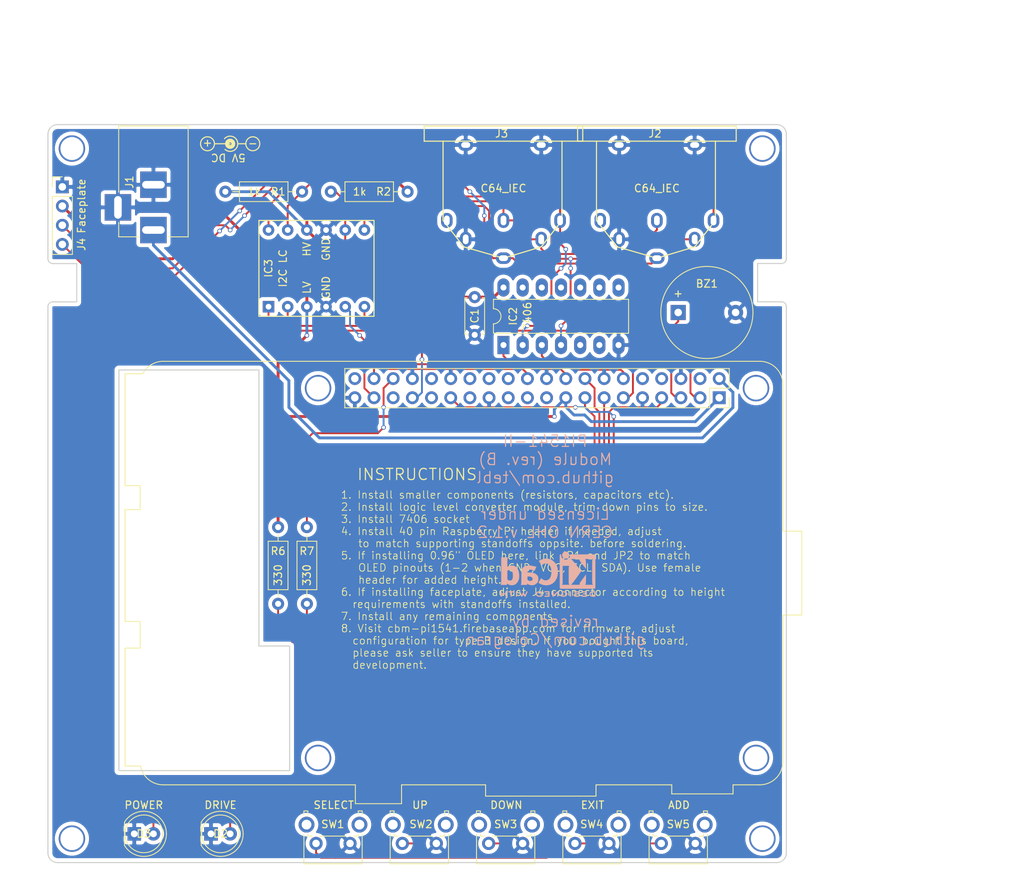
<source format=kicad_pcb>
(kicad_pcb (version 20171130) (host pcbnew "(5.1.6)-1")
  (layers (0 F.Cu signal) (31 B.Cu signal) (34 B.Paste user) (35 F.Paste user) (36 B.SilkS user) (37 F.SilkS user) (38 B.Mask user) (39 F.Mask user) (44 Edge.Cuts user))
  (net 0 "")
  (net 1 GND)
  (net 2 +3V3)
  (net 3 +5V)
  (net 4 "Net-(D2-Pad2)")
  (net 5 "Net-(D3-Pad2)")
  (net 6 RPI_DATA_IN)
  (net 7 SW5)
  (net 8 SW4)
  (net 9 RPI_ATN)
  (net 10 RPI_LED)
  (net 11 "Net-(A1-Pad33)")
  (net 12 RPI_RST)
  (net 13 RPI_CLK_IN)
  (net 14 SW1)
  (net 15 RPI_DATA_OUT)
  (net 16 RPI_CLK_OUT)
  (net 17 I2C_SCL)
  (net 18 SW3)
  (net 19 SW2)
  (net 20 I2C_SDA)
  (net 21 C64_CLK)
  (net 22 C64_DATA)
  (net 23 C64_ATN)
  (net 24 C64_RST)
  (module RPI:Raspberry_Pi_3B_Socketed_THT_FaceDown_MountingHoles (layer F.Cu) (at 161.29 90.805 270)
    (fp_text reference A1 hide)
    (fp_text value "Raspberry PI" hide)
    (pad 6 thru_hole oval (at -2.54 5.08 270) (size 1.7 1.7) (drill 1) (layers *.Cu *.Mask) (net 1 GND))
    (pad 3 thru_hole oval (at 0 2.54 270) (size 1.7 1.7) (drill 1) (layers *.Cu *.Mask) (net 20 I2C_SDA))
    (pad 15 thru_hole oval (at 0 17.78 270) (size 1.7 1.7) (drill 1) (layers *.Cu *.Mask) (net 19 SW2))
    (pad 16 thru_hole oval (at -2.54 17.78 270) (size 1.7 1.7) (drill 1) (layers *.Cu *.Mask) (net 18 SW3))
    (pad 4 thru_hole oval (at -2.54 2.54 270) (size 1.7 1.7) (drill 1) (layers *.Cu *.Mask))
    (pad 5 thru_hole oval (at 0 5.08 270) (size 1.7 1.7) (drill 1) (layers *.Cu *.Mask) (net 17 I2C_SCL))
    (pad 2 thru_hole oval (at -2.54 0 270) (size 1.7 1.7) (drill 1) (layers *.Cu *.Mask) (net 3 +5V))
    (pad 1 thru_hole rect (at 0 0 270) (size 1.7 1.7) (drill 1) (layers *.Cu *.Mask) (net 2 +3V3))
    (pad 23 thru_hole oval (at 0 27.94 270) (size 1.7 1.7) (drill 1) (layers *.Cu *.Mask))
    (pad 24 thru_hole oval (at -2.54 27.94 270) (size 1.7 1.7) (drill 1) (layers *.Cu *.Mask))
    (pad 11 thru_hole oval (at 0 12.7 270) (size 1.7 1.7) (drill 1) (layers *.Cu *.Mask) (net 16 RPI_CLK_OUT))
    (pad 12 thru_hole oval (at -2.54 12.7 270) (size 1.7 1.7) (drill 1) (layers *.Cu *.Mask) (net 15 RPI_DATA_OUT))
    (pad 27 thru_hole oval (at 0 33.02 270) (size 1.7 1.7) (drill 1) (layers *.Cu *.Mask))
    (pad 28 thru_hole oval (at -2.54 33.02 270) (size 1.7 1.7) (drill 1) (layers *.Cu *.Mask))
    (pad 13 thru_hole oval (at 0 15.24 270) (size 1.7 1.7) (drill 1) (layers *.Cu *.Mask) (net 14 SW1))
    (pad 14 thru_hole oval (at -2.54 15.24 270) (size 1.7 1.7) (drill 1) (layers *.Cu *.Mask) (net 1 GND))
    (pad 9 thru_hole oval (at 0 10.16 270) (size 1.7 1.7) (drill 1) (layers *.Cu *.Mask) (net 1 GND))
    (pad 10 thru_hole oval (at -2.54 10.16 270) (size 1.7 1.7) (drill 1) (layers *.Cu *.Mask))
    (pad 19 thru_hole oval (at 0 22.86 270) (size 1.7 1.7) (drill 1) (layers *.Cu *.Mask))
    (pad 20 thru_hole oval (at -2.54 22.86 270) (size 1.7 1.7) (drill 1) (layers *.Cu *.Mask) (net 1 GND))
    (pad 37 thru_hole oval (at 0 45.72 270) (size 1.7 1.7) (drill 1) (layers *.Cu *.Mask) (net 13 RPI_CLK_IN))
    (pad 38 thru_hole oval (at -2.54 45.72 270) (size 1.7 1.7) (drill 1) (layers *.Cu *.Mask) (net 12 RPI_RST))
    (pad 33 thru_hole oval (at 0 40.64 270) (size 1.7 1.7) (drill 1) (layers *.Cu *.Mask) (net 11 "Net-(A1-Pad33)"))
    (pad 34 thru_hole oval (at -2.54 40.64 270) (size 1.7 1.7) (drill 1) (layers *.Cu *.Mask) (net 1 GND))
    (pad 35 thru_hole oval (at 0 43.18 270) (size 1.7 1.7) (drill 1) (layers *.Cu *.Mask))
    (pad 36 thru_hole oval (at -2.54 43.18 270) (size 1.7 1.7) (drill 1) (layers *.Cu *.Mask) (net 10 RPI_LED))
    (pad 17 thru_hole oval (at 0 20.32 270) (size 1.7 1.7) (drill 1) (layers *.Cu *.Mask) (net 2 +3V3))
    (pad 18 thru_hole oval (at -2.54 20.32 270) (size 1.7 1.7) (drill 1) (layers *.Cu *.Mask) (net 9 RPI_ATN))
    (pad 31 thru_hole oval (at 0 38.1 270) (size 1.7 1.7) (drill 1) (layers *.Cu *.Mask))
    (pad 32 thru_hole oval (at -2.54 38.1 270) (size 1.7 1.7) (drill 1) (layers *.Cu *.Mask))
    (pad 7 thru_hole oval (at 0 7.62 270) (size 1.7 1.7) (drill 1) (layers *.Cu *.Mask) (net 8 SW4))
    (pad 8 thru_hole oval (at -2.54 7.62 270) (size 1.7 1.7) (drill 1) (layers *.Cu *.Mask))
    (pad 29 thru_hole oval (at 0 35.56 270) (size 1.7 1.7) (drill 1) (layers *.Cu *.Mask) (net 7 SW5))
    (pad 30 thru_hole oval (at -2.54 35.56 270) (size 1.7 1.7) (drill 1) (layers *.Cu *.Mask) (net 1 GND))
    (pad 21 thru_hole oval (at 0 25.4 270) (size 1.7 1.7) (drill 1) (layers *.Cu *.Mask))
    (pad 22 thru_hole oval (at -2.54 25.4 270) (size 1.7 1.7) (drill 1) (layers *.Cu *.Mask) (net 6 RPI_DATA_IN))
    (pad 25 thru_hole oval (at 0 30.48 270) (size 1.7 1.7) (drill 1) (layers *.Cu *.Mask) (net 1 GND))
    (pad 26 thru_hole oval (at -2.54 30.48 270) (size 1.7 1.7) (drill 1) (layers *.Cu *.Mask))
    (pad 39 thru_hole oval (at 0 48.26 270) (size 1.7 1.7) (drill 1) (layers *.Cu *.Mask) (net 1 GND))
    (pad 40 thru_hole oval (at -2.54 48.26 270) (size 1.7 1.7) (drill 1) (layers *.Cu *.Mask))
    (pad "" np_thru_hole circle (at -1.27 -4.87) (size 3.5 3.5) (drill 3.048) (layers *.Cu *.Mask))
    (pad "" np_thru_hole circle (at 47.73 53.13) (size 3.5 3.5) (drill 3.048) (layers *.Cu *.Mask))
    (pad "" np_thru_hole circle (at 47.73 -4.87) (size 3.5 3.5) (drill 3.048) (layers *.Cu *.Mask))
    (pad "" np_thru_hole circle (at -1.27 53.13) (size 3.5 3.5) (drill 3.048) (layers *.Cu *.Mask))
  )
  (module Connectors:BARREL_JACK (layer F.Cu) (at 86.36 68.58 270)
    (fp_text reference J1 (at -6.35 3.175 270) (layer F.SilkS))
    (fp_text value "DC IN")
    (pad 1 thru_hole rect (at 0 0 270) (size 3.5 3.5) (drill oval 1 3) (layers *.Cu *.Mask) (net 3 +5V))
    (pad 2 thru_hole rect (at -6 0 270) (size 3.5 3.5) (drill oval 1 3) (layers *.Cu *.Mask) (net 1 GND))
    (pad 3 thru_hole rect (at -3 4.7 270) (size 3.5 3.5) (drill oval 3 1) (layers *.Cu *.Mask) (net 1 GND))
  )
  (module mounting:M3 (layer F.Cu) (at 75.565 149.225)
    (fp_text reference M1 hide)
    (fp_text value Mounting hide)
    (pad "" np_thru_hole circle (at 0 0) (size 3.5 3.5) (drill 3.048) (layers *.Cu *.Mask))
  )
  (module mounting:M3 (layer F.Cu) (at 167.005 149.225)
    (fp_text reference M2 hide)
    (fp_text value Mounting hide)
    (pad "" np_thru_hole circle (at 0 0) (size 3.5 3.5) (drill 3.048) (layers *.Cu *.Mask))
  )
  (module mounting:M3 (layer F.Cu) (at 167.005 57.785)
    (fp_text reference M3 hide)
    (fp_text value Mounting hide)
    (pad "" np_thru_hole circle (at 0 0) (size 3.5 3.5) (drill 3.048) (layers *.Cu *.Mask))
  )
  (module mounting:M3 (layer F.Cu) (at 75.565 57.785)
    (fp_text reference M4 hide)
    (fp_text value Mounting hide)
    (pad "" np_thru_hole circle (at 0 0) (size 3.5 3.5) (drill 3.048) (layers *.Cu *.Mask))
  )
  (module Symbols:Symbol_Barrel_Polarity (layer F.Cu) (at 96.52 57.225 180)
    (fp_text reference REF** hide)
    (fp_text value Symbol_Barrel_Polarity)
  )
  (module Buttons_Switches_THT:SW_Tactile_SPST_Angled_PTS645Vx39-2LFS (layer F.Cu) (at 135.255 149.86 180)
    (fp_text reference SW3 (at 2.25 2.54) (layer F.SilkS))
    (fp_text value DOWN (at 2.159 5.08 180) (layer F.SilkS))
    (pad "" thru_hole circle (at -1.25 2.49 180) (size 2.1 2.1) (drill 1.3) (layers *.Cu *.Mask))
    (pad 1 thru_hole circle (at 0 0 180) (size 1.75 1.75) (drill 0.99) (layers *.Cu *.Mask) (net 1 GND))
    (pad 2 thru_hole circle (at 4.5 0 180) (size 1.75 1.75) (drill 0.99) (layers *.Cu *.Mask) (net 18 SW3))
    (pad "" thru_hole circle (at 5.76 2.49 180) (size 2.1 2.1) (drill 1.3) (layers *.Cu *.Mask))
  )
  (module Buttons_Switches_THT:SW_Tactile_SPST_Angled_PTS645Vx39-2LFS (layer F.Cu) (at 146.685 149.86 180)
    (fp_text reference SW4 (at 2.286 2.54) (layer F.SilkS))
    (fp_text value EXIT (at 2.159 5.08 180) (layer F.SilkS))
    (pad "" thru_hole circle (at -1.25 2.49 180) (size 2.1 2.1) (drill 1.3) (layers *.Cu *.Mask))
    (pad 1 thru_hole circle (at 0 0 180) (size 1.75 1.75) (drill 0.99) (layers *.Cu *.Mask) (net 1 GND))
    (pad 2 thru_hole circle (at 4.5 0 180) (size 1.75 1.75) (drill 0.99) (layers *.Cu *.Mask) (net 8 SW4))
    (pad "" thru_hole circle (at 5.76 2.49 180) (size 2.1 2.1) (drill 1.3) (layers *.Cu *.Mask))
  )
  (module Buttons_Switches_THT:SW_Tactile_SPST_Angled_PTS645Vx39-2LFS (layer F.Cu) (at 158.115 149.86 180)
    (fp_text reference SW5 (at 2.25 2.54) (layer F.SilkS))
    (fp_text value ADD (at 2.159 5.08 180) (layer F.SilkS))
    (pad "" thru_hole circle (at 5.76 2.49 180) (size 2.1 2.1) (drill 1.3) (layers *.Cu *.Mask))
    (pad 2 thru_hole circle (at 4.5 0 180) (size 1.75 1.75) (drill 0.99) (layers *.Cu *.Mask) (net 7 SW5))
    (pad 1 thru_hole circle (at 0 0 180) (size 1.75 1.75) (drill 0.99) (layers *.Cu *.Mask) (net 1 GND))
    (pad "" thru_hole circle (at -1.25 2.49 180) (size 2.1 2.1) (drill 1.3) (layers *.Cu *.Mask))
  )
  (module Buttons_Switches_THT:SW_Tactile_SPST_Angled_PTS645Vx39-2LFS (layer F.Cu) (at 112.395 149.86 180)
    (fp_text reference SW1 (at 2.286 2.54) (layer F.SilkS))
    (fp_text value SELECT (at 2.159 5.08 180) (layer F.SilkS))
    (pad "" thru_hole circle (at -1.25 2.49 180) (size 2.1 2.1) (drill 1.3) (layers *.Cu *.Mask))
    (pad 1 thru_hole circle (at 0 0 180) (size 1.75 1.75) (drill 0.99) (layers *.Cu *.Mask) (net 1 GND))
    (pad 2 thru_hole circle (at 4.5 0 180) (size 1.75 1.75) (drill 0.99) (layers *.Cu *.Mask) (net 14 SW1))
    (pad "" thru_hole circle (at 5.76 2.49 180) (size 2.1 2.1) (drill 1.3) (layers *.Cu *.Mask))
  )
  (module Buttons_Switches_THT:SW_Tactile_SPST_Angled_PTS645Vx39-2LFS (layer F.Cu) (at 123.825 149.86 180)
    (fp_text reference SW2 (at 2.032 2.54) (layer F.SilkS))
    (fp_text value UP (at 2.159 5.08 180) (layer F.SilkS))
    (pad "" thru_hole circle (at 5.76 2.49 180) (size 2.1 2.1) (drill 1.3) (layers *.Cu *.Mask))
    (pad 2 thru_hole circle (at 4.5 0 180) (size 1.75 1.75) (drill 0.99) (layers *.Cu *.Mask) (net 19 SW2))
    (pad 1 thru_hole circle (at 0 0 180) (size 1.75 1.75) (drill 0.99) (layers *.Cu *.Mask) (net 1 GND))
    (pad "" thru_hole circle (at -1.25 2.49 180) (size 2.1 2.1) (drill 1.3) (layers *.Cu *.Mask))
  )
  (module Symbols:KiCad-Logo2_6mm_SilkScreen (layer B.Cu) (at 138.61 114.17 180)
    (fp_text reference REF*** hide)
    (fp_text value KiCad-Logo2_6mm_SilkScreen hide)
  )
  (module Pin_Headers:Pin_Header_Straight_1x04_Pitch2.54mm (layer F.Cu) (at 74.295 62.865)
    (fp_text reference J4 (at 2.54 7.62 270) (layer F.SilkS))
    (fp_text value Faceplate (at 2.54 2.54 270) (layer F.SilkS))
    (pad 4 thru_hole oval (at 0 7.62) (size 1.7 1.7) (drill 1) (layers *.Cu *.Mask) (net 20 I2C_SDA))
    (pad 3 thru_hole oval (at 0 5.08) (size 1.7 1.7) (drill 1) (layers *.Cu *.Mask) (net 17 I2C_SCL))
    (pad 2 thru_hole oval (at 0 2.54) (size 1.7 1.7) (drill 1) (layers *.Cu *.Mask) (net 2 +3V3))
    (pad 1 thru_hole rect (at 0 0) (size 1.7 1.7) (drill 1) (layers *.Cu *.Mask) (net 1 GND))
  )
  (module Buzzers_Beepers:Buzzer_12x9.5RM7.6 (layer F.Cu) (at 155.855 79.505)
    (fp_text reference BZ1 (at 3.8 -3.81) (layer F.SilkS))
    (fp_text value Buzzer)
    (fp_text user + (at -0.01 -2.54) (layer F.SilkS))
    (pad 2 thru_hole circle (at 7.6 0) (size 2 2) (drill 1) (layers *.Cu *.Mask) (net 1 GND))
    (pad 1 thru_hole rect (at 0 0) (size 2 2) (drill 1) (layers *.Cu *.Mask) (net 11 "Net-(A1-Pad33)"))
  )
  (module Capacitors_THT:C_Disc_D4.7mm_W2.5mm_P5.00mm (layer F.Cu) (at 128.905 77.47 270)
    (fp_text reference C1 (at 2.5 0 90) (layer F.SilkS))
    (fp_text value 100nF)
    (pad 2 thru_hole circle (at 5 0 270) (size 1.6 1.6) (drill 0.8) (layers *.Cu *.Mask) (net 1 GND))
    (pad 1 thru_hole circle (at 0 0 270) (size 1.6 1.6) (drill 0.8) (layers *.Cu *.Mask) (net 3 +5V))
  )
  (module LEDs:LED_D5.0mm (layer F.Cu) (at 93.98 148.59)
    (fp_text reference D2 (at 1.27 0) (layer F.SilkS))
    (fp_text value DRIVE (at 1.27 -3.81 180) (layer F.SilkS))
    (pad 1 thru_hole rect (at 0 0) (size 1.8 1.8) (drill 0.9) (layers *.Cu *.Mask) (net 1 GND))
    (pad 2 thru_hole circle (at 2.54 0) (size 1.8 1.8) (drill 0.9) (layers *.Cu *.Mask) (net 4 "Net-(D2-Pad2)"))
  )
  (module LEDs:LED_D5.0mm (layer F.Cu) (at 83.82 148.59)
    (fp_text reference D3 (at 1.27 0) (layer F.SilkS))
    (fp_text value POWER (at 1.27 -3.81 180) (layer F.SilkS))
    (pad 2 thru_hole circle (at 2.54 0) (size 1.8 1.8) (drill 0.9) (layers *.Cu *.Mask) (net 5 "Net-(D3-Pad2)"))
    (pad 1 thru_hole rect (at 0 0) (size 1.8 1.8) (drill 0.9) (layers *.Cu *.Mask) (net 1 GND))
  )
  (module Housings_DIP:DIP-14_W7.62mm_LongPads (layer F.Cu) (at 132.715 83.82 90)
    (fp_text reference IC2 (at 3.81 1.27 90) (layer F.SilkS))
    (fp_text value 7406 (at 3.81 3.175 90) (layer F.SilkS))
    (pad 14 thru_hole oval (at 7.62 0 90) (size 2.4 1.6) (drill 0.8) (layers *.Cu *.Mask) (net 3 +5V))
    (pad 7 thru_hole oval (at 0 15.24 90) (size 2.4 1.6) (drill 0.8) (layers *.Cu *.Mask) (net 1 GND))
    (pad 13 thru_hole oval (at 7.62 2.54 90) (size 2.4 1.6) (drill 0.8) (layers *.Cu *.Mask))
    (pad 6 thru_hole oval (at 0 12.7 90) (size 2.4 1.6) (drill 0.8) (layers *.Cu *.Mask))
    (pad 12 thru_hole oval (at 7.62 5.08 90) (size 2.4 1.6) (drill 0.8) (layers *.Cu *.Mask))
    (pad 5 thru_hole oval (at 0 10.16 90) (size 2.4 1.6) (drill 0.8) (layers *.Cu *.Mask))
    (pad 11 thru_hole oval (at 7.62 7.62 90) (size 2.4 1.6) (drill 0.8) (layers *.Cu *.Mask))
    (pad 4 thru_hole oval (at 0 7.62 90) (size 2.4 1.6) (drill 0.8) (layers *.Cu *.Mask) (net 21 C64_CLK))
    (pad 10 thru_hole oval (at 7.62 10.16 90) (size 2.4 1.6) (drill 0.8) (layers *.Cu *.Mask))
    (pad 3 thru_hole oval (at 0 5.08 90) (size 2.4 1.6) (drill 0.8) (layers *.Cu *.Mask) (net 16 RPI_CLK_OUT))
    (pad 9 thru_hole oval (at 7.62 12.7 90) (size 2.4 1.6) (drill 0.8) (layers *.Cu *.Mask))
    (pad 2 thru_hole oval (at 0 2.54 90) (size 2.4 1.6) (drill 0.8) (layers *.Cu *.Mask) (net 22 C64_DATA))
    (pad 8 thru_hole oval (at 7.62 15.24 90) (size 2.4 1.6) (drill 0.8) (layers *.Cu *.Mask))
    (pad 1 thru_hole rect (at 0 0 90) (size 2.4 1.6) (drill 0.8) (layers *.Cu *.Mask) (net 15 RPI_DATA_OUT))
  )
  (module IIC_4CH_Level_Converter:4CH_I2C_Level_Converter (layer F.Cu) (at 106.68 73.66 90)
    (fp_text reference IC3 (at 0 -5.08 90) (layer F.SilkS))
    (fp_text value "I2C LC" (at 0 -3.175 90) (layer F.SilkS))
    (fp_text user GND (at 2.54 2.54 90) (layer F.SilkS))
    (fp_text user GND (at -2.54 2.54 90) (layer F.SilkS))
    (fp_text user HV (at 2.54 0 90) (layer F.SilkS))
    (fp_text user LV (at -2.54 0 270) (layer F.SilkS))
    (pad 1 thru_hole rect (at -5.08 -5.08 90) (size 1.524 1.524) (drill 0.762) (layers *.Cu *.Mask) (net 12 RPI_RST))
    (pad 2 thru_hole circle (at -5.08 -2.54 90) (size 1.524 1.524) (drill 0.762) (layers *.Cu *.Mask) (net 6 RPI_DATA_IN))
    (pad 3 thru_hole circle (at -5.08 0 90) (size 1.524 1.524) (drill 0.762) (layers *.Cu *.Mask) (net 2 +3V3))
    (pad 4 thru_hole circle (at -5.08 2.54 90) (size 1.524 1.524) (drill 0.762) (layers *.Cu *.Mask) (net 1 GND))
    (pad 5 thru_hole circle (at -5.08 5.08 90) (size 1.524 1.524) (drill 0.762) (layers *.Cu *.Mask) (net 13 RPI_CLK_IN))
    (pad 6 thru_hole circle (at -5.08 7.62 90) (size 1.524 1.524) (drill 0.762) (layers *.Cu *.Mask) (net 9 RPI_ATN))
    (pad 7 thru_hole circle (at 5.08 7.62 90) (size 1.524 1.524) (drill 0.762) (layers *.Cu *.Mask) (net 23 C64_ATN))
    (pad 8 thru_hole circle (at 5.08 5.08 90) (size 1.524 1.524) (drill 0.762) (layers *.Cu *.Mask) (net 21 C64_CLK))
    (pad 9 thru_hole circle (at 5.08 2.54 90) (size 1.524 1.524) (drill 0.762) (layers *.Cu *.Mask) (net 1 GND))
    (pad 10 thru_hole circle (at 5.08 0 90) (size 1.524 1.524) (drill 0.762) (layers *.Cu *.Mask) (net 3 +5V))
    (pad 11 thru_hole circle (at 5.08 -2.54 90) (size 1.524 1.524) (drill 0.762) (layers *.Cu *.Mask) (net 22 C64_DATA))
    (pad 12 thru_hole circle (at 5.08 -5.08 90) (size 1.524 1.524) (drill 0.762) (layers *.Cu *.Mask) (net 24 C64_RST))
  )
  (module C64_IEC:C64_IEC (layer F.Cu) (at 153.035 67.31 180)
    (fp_text reference J2 (at 0.25 11.5) (layer F.SilkS))
    (fp_text value C64_IEC (at 0 4.25) (layer F.SilkS))
    (pad 4 thru_hole oval (at -5 -2.5 180) (size 1.524 2) (drill oval 0.762 1.3) (layers *.Cu *.Mask) (net 21 C64_CLK))
    (pad 2 thru_hole oval (at 5 -2.5 180) (size 1.524 2) (drill oval 0.762 1.3) (layers *.Cu *.Mask) (net 1 GND))
    (pad 5 thru_hole oval (at -7.5 0 180) (size 1.524 2) (drill oval 0.762 1.3) (layers *.Cu *.Mask) (net 22 C64_DATA))
    (pad 1 thru_hole oval (at 7.5 0 180) (size 1.524 2) (drill oval 0.762 1.3) (layers *.Cu *.Mask))
    (pad 7 thru_hole oval (at -5 10 180) (size 2 1.524) (drill oval 1.2 0.762) (layers *.Cu *.Mask) (net 1 GND))
    (pad 8 thru_hole oval (at 5 10 180) (size 2 1.524) (drill oval 1.2 0.762) (layers *.Cu *.Mask) (net 1 GND))
    (pad 3 thru_hole oval (at 0 0 180) (size 1.524 2) (drill oval 0.762 1.3) (layers *.Cu *.Mask) (net 23 C64_ATN))
    (pad 6 thru_hole oval (at 0 -5 180) (size 2 1.524) (drill oval 1.2 0.762) (layers *.Cu *.Mask) (net 24 C64_RST))
  )
  (module C64_IEC:C64_IEC (layer F.Cu) (at 132.715 67.31 180)
    (fp_text reference J3 (at 0.25 11.5) (layer F.SilkS))
    (fp_text value C64_IEC (at 0 4.25) (layer F.SilkS))
    (pad 6 thru_hole oval (at 0 -5 180) (size 2 1.524) (drill oval 1.2 0.762) (layers *.Cu *.Mask) (net 24 C64_RST))
    (pad 3 thru_hole oval (at 0 0 180) (size 1.524 2) (drill oval 0.762 1.3) (layers *.Cu *.Mask) (net 23 C64_ATN))
    (pad 8 thru_hole oval (at 5 10 180) (size 2 1.524) (drill oval 1.2 0.762) (layers *.Cu *.Mask) (net 1 GND))
    (pad 7 thru_hole oval (at -5 10 180) (size 2 1.524) (drill oval 1.2 0.762) (layers *.Cu *.Mask) (net 1 GND))
    (pad 1 thru_hole oval (at 7.5 0 180) (size 1.524 2) (drill oval 0.762 1.3) (layers *.Cu *.Mask))
    (pad 5 thru_hole oval (at -7.5 0 180) (size 1.524 2) (drill oval 0.762 1.3) (layers *.Cu *.Mask) (net 22 C64_DATA))
    (pad 2 thru_hole oval (at 5 -2.5 180) (size 1.524 2) (drill oval 0.762 1.3) (layers *.Cu *.Mask) (net 1 GND))
    (pad 4 thru_hole oval (at -5 -2.5 180) (size 1.524 2) (drill oval 0.762 1.3) (layers *.Cu *.Mask) (net 21 C64_CLK))
  )
  (module Resistors_THT:R_Axial_DIN0207_L6.3mm_D2.5mm_P10.16mm_Horizontal (layer F.Cu) (at 95.885 63.5)
    (fp_text reference R1 (at 6.985 0) (layer F.SilkS))
    (fp_text value 1k (at 3.81 0) (layer F.SilkS))
    (pad 1 thru_hole circle (at 0 0) (size 1.6 1.6) (drill 0.8) (layers *.Cu *.Mask) (net 3 +5V))
    (pad 2 thru_hole oval (at 10.16 0) (size 1.6 1.6) (drill 0.8) (layers *.Cu *.Mask) (net 22 C64_DATA))
  )
  (module Resistors_THT:R_Axial_DIN0207_L6.3mm_D2.5mm_P10.16mm_Horizontal (layer F.Cu) (at 120.015 63.5 180)
    (fp_text reference R2 (at 3.175 0) (layer F.SilkS))
    (fp_text value 1k (at 6.35 0) (layer F.SilkS))
    (pad 2 thru_hole oval (at 10.16 0 180) (size 1.6 1.6) (drill 0.8) (layers *.Cu *.Mask) (net 21 C64_CLK))
    (pad 1 thru_hole circle (at 0 0 180) (size 1.6 1.6) (drill 0.8) (layers *.Cu *.Mask) (net 3 +5V))
  )
  (module Resistors_THT:R_Axial_DIN0207_L6.3mm_D2.5mm_P10.16mm_Horizontal (layer F.Cu) (at 102.87 118.11 90)
    (fp_text reference R6 (at 6.985 0 180) (layer F.SilkS))
    (fp_text value 330 (at 3.81 0 90) (layer F.SilkS))
    (pad 2 thru_hole oval (at 10.16 0 90) (size 1.6 1.6) (drill 0.8) (layers *.Cu *.Mask) (net 2 +3V3))
    (pad 1 thru_hole circle (at 0 0 90) (size 1.6 1.6) (drill 0.8) (layers *.Cu *.Mask) (net 5 "Net-(D3-Pad2)"))
  )
  (module Resistors_THT:R_Axial_DIN0207_L6.3mm_D2.5mm_P10.16mm_Horizontal (layer F.Cu) (at 106.68 118.11 90)
    (fp_text reference R7 (at 6.985 0 180) (layer F.SilkS))
    (fp_text value 330 (at 3.81 0 90) (layer F.SilkS))
    (pad 1 thru_hole circle (at 0 0 90) (size 1.6 1.6) (drill 0.8) (layers *.Cu *.Mask) (net 4 "Net-(D2-Pad2)"))
    (pad 2 thru_hole oval (at 10.16 0 90) (size 1.6 1.6) (drill 0.8) (layers *.Cu *.Mask) (net 10 RPI_LED))
  )
  (gr_line (start 72.39 78.74) (end 72.39 151.13) (layer Edge.Cuts) (width 0.15))
  (gr_line (start 170.18 55.88) (end 170.18 72.38) (layer Edge.Cuts) (width 0.15))
  (gr_line (start 166.37 73.015) (end 169.545 73.015) (layer Edge.Cuts) (width 0.15))
  (gr_line (start 166.37 78.095) (end 166.37 73.015) (layer Edge.Cuts) (width 0.15))
  (gr_arc (start 169.545 78.73) (end 170.18 78.73) (angle -90) (layer Edge.Cuts) (width 0.15))
  (gr_line (start 170.18 151.13) (end 170.18 78.73) (angle 90) (layer Edge.Cuts) (width 0.15))
  (gr_arc (start 169.545 72.38) (end 169.545 73.015) (angle -90) (layer Edge.Cuts) (width 0.15))
  (gr_arc (start 168.91 151.13) (end 170.18 151.13) (angle 90) (layer Edge.Cuts) (width 0.15))
  (gr_line (start 166.37 78.095) (end 169.545 78.095) (layer Edge.Cuts) (width 0.15))
  (gr_line (start 76.2 73.025) (end 76.2 78.105) (layer Edge.Cuts) (width 0.15))
  (gr_arc (start 73.025 72.39) (end 72.39 72.39) (angle -90) (layer Edge.Cuts) (width 0.15))
  (gr_line (start 73.025 73.025) (end 76.2 73.025) (layer Edge.Cuts) (width 0.15))
  (gr_line (start 72.39 72.39) (end 72.39 55.88) (layer Edge.Cuts) (width 0.15))
  (gr_arc (start 73.66 55.88) (end 72.39 55.88) (angle 90) (layer Edge.Cuts) (width 0.15))
  (gr_line (start 76.2 78.105) (end 73.025 78.105) (layer Edge.Cuts) (width 0.15))
  (gr_arc (start 73.025 78.74) (end 73.025 78.105) (angle -90) (layer Edge.Cuts) (width 0.15))
  (gr_text "revised by\ngithub.com/Cologran" (at 139.6 121.64) (layer B.SilkS) (effects (font (size 1.5 1.5)) (justify mirror)))
  (gr_text "1. Install smaller components (resistors, capacitors etc).\n2. Install logic level converter module, trim down pins to size.\n3. Install 7406 socket\n4. Install 40 pin Raspberry Pi header if needed, adjust\n   to match supporting standoffs oppsite. before soldering.\n5. If installing 0.96\" OLED here, link JP1 and JP2 to match\n   OLED pinouts (1-2 when GND, VCC, SCL, SDA). Use female\n   header for added height.\n6. If installing faceplate, adjust J4 connector according to height\n  requirements with standoffs installed.\n7. Install any remaining components.\n8. Visit cbm-pi1541.firebaseapp.com for firmware, adjust\n  configuration for type B design. If you bought this board,\n  please ask seller to ensure they have supported its\n  development." (at 111.125 114.935) (layer F.SilkS) (effects (font (size 1 1) (thickness 0.1)) (justify left)))
  (gr_text INSTRUCTIONS (at 121.285 100.965) (layer F.SilkS) (effects (font (size 1.5 1.5))))
  (gr_text - (at 99.5172 57.2262 180) (layer F.SilkS) (effects (font (size 1 1))))
  (gr_text + (at 93.52 57.15 180) (layer F.SilkS) (effects (font (size 1 1))))
  (gr_text "5V DC" (at 96.268 58.985 180) (layer F.SilkS) (effects (font (size 1 1))))
  (gr_line (start 81.788 140.208) (end 81.788 87.122) (layer Edge.Cuts) (width 0.15))
  (gr_text "PI1541-II\nModule (rev. B)\ngithub.com/tebl\n\nLicensed under\nCERN OHL v.1.2" (at 138.24 102.59) (layer B.SilkS) (effects (font (size 1.5 1.5)) (justify mirror)))
  (gr_line (start 104.394 140.208) (end 81.788 140.208) (layer Edge.Cuts) (width 0.15))
  (gr_line (start 104.394 123.698) (end 104.394 140.208) (layer Edge.Cuts) (width 0.15))
  (gr_line (start 100.33 123.698) (end 104.394 123.698) (layer Edge.Cuts) (width 0.15))
  (gr_line (start 100.33 87.122) (end 100.33 123.698) (layer Edge.Cuts) (width 0.15))
  (gr_line (start 81.788 87.122) (end 100.33 87.122) (layer Edge.Cuts) (width 0.15))
  (gr_line (start 168.91 54.61) (end 73.66 54.61) (angle 90) (layer Edge.Cuts) (width 0.15))
  (gr_arc (start 168.91 55.88) (end 168.91 54.61) (angle 90) (layer Edge.Cuts) (width 0.15))
  (gr_line (start 73.66 152.4) (end 168.91 152.4) (angle 90) (layer Edge.Cuts) (width 0.15))
  (gr_arc (start 73.66 151.13) (end 73.66 152.4) (angle 90) (layer Edge.Cuts) (width 0.15))
  (via (at 106.68 82.55) (size 0.6) (drill 0.4) (layers F.Cu B.Cu) (net 2))
  (segment (start 106.68 82.55) (end 106.68 78.74) (width 0.381) (layer B.Cu) (net 2))
  (segment (start 103.505 83.185) (end 102.87 83.82) (width 0.381) (layer F.Cu) (net 2))
  (segment (start 106.68 82.55) (end 106.045 83.185) (width 0.381) (layer F.Cu) (net 2))
  (segment (start 106.045 83.185) (end 103.505 83.185) (width 0.381) (layer F.Cu) (net 2))
  (segment (start 102.87 92.71) (end 102.87 107.95) (width 0.381) (layer F.Cu) (net 2))
  (segment (start 102.87 90.805) (end 102.87 92.71) (width 0.381) (layer F.Cu) (net 2))
  (segment (start 102.87 83.82) (end 102.87 90.805) (width 0.381) (layer F.Cu) (net 2))
  (segment (start 106.68 73.406) (end 106.68 78.74) (width 0.381) (layer F.Cu) (net 2))
  (segment (start 105.918 72.644) (end 106.68 73.406) (width 0.381) (layer F.Cu) (net 2))
  (segment (start 101.854 72.644) (end 105.918 72.644) (width 0.381) (layer F.Cu) (net 2))
  (segment (start 94.615 66.675) (end 95.885 66.675) (width 0.381) (layer F.Cu) (net 2))
  (segment (start 102.87 90.805) (end 102.87 92.075) (width 0.381) (layer F.Cu) (net 2))
  (segment (start 104.08449 93.28949) (end 139.450736 93.28949) (width 0.381) (layer F.Cu) (net 2))
  (segment (start 102.87 92.075) (end 104.08449 93.28949) (width 0.381) (layer F.Cu) (net 2))
  (segment (start 81.28 72.39) (end 74.295 65.405) (width 0.381) (layer F.Cu) (net 2))
  (segment (start 94.615 66.675) (end 88.9 72.39) (width 0.381) (layer F.Cu) (net 2))
  (segment (start 88.9 72.39) (end 81.28 72.39) (width 0.381) (layer F.Cu) (net 2))
  (segment (start 95.885 66.675) (end 101.854 72.644) (width 0.381) (layer F.Cu) (net 2))
  (segment (start 139.450736 93.28949) (end 139.450736 93.28949) (width 0.381) (layer F.Cu) (net 2))
  (via (at 139.450736 93.28949) (size 0.6) (drill 0.4) (layers F.Cu B.Cu) (net 2))
  (segment (start 139.450736 92.324264) (end 140.97 90.805) (width 0.381) (layer B.Cu) (net 2))
  (segment (start 139.450736 93.28949) (end 139.450736 92.324264) (width 0.381) (layer B.Cu) (net 2))
  (segment (start 144.33 93.97) (end 158.125 93.97) (width 0.381) (layer B.Cu) (net 2))
  (segment (start 158.125 93.97) (end 161.29 90.805) (width 0.381) (layer B.Cu) (net 2))
  (segment (start 144.294491 93.934491) (end 144.33 93.97) (width 0.25) (layer B.Cu) (net 2))
  (segment (start 140.97 92.007081) (end 142.052919 93.09) (width 0.381) (layer B.Cu) (net 2))
  (segment (start 140.97 90.805) (end 140.97 92.007081) (width 0.381) (layer B.Cu) (net 2))
  (segment (start 144.294491 93.914491) (end 144.294491 93.934491) (width 0.25) (layer B.Cu) (net 2))
  (segment (start 142.052919 93.09) (end 143.47 93.09) (width 0.381) (layer B.Cu) (net 2))
  (segment (start 143.47 93.09) (end 144.294491 93.914491) (width 0.381) (layer B.Cu) (net 2))
  (segment (start 161.29 88.265) (end 161.925 88.265) (width 0.381) (layer F.Cu) (net 3))
  (segment (start 131.445 77.47) (end 132.715 76.2) (width 0.381) (layer F.Cu) (net 3))
  (segment (start 128.905 77.47) (end 131.445 77.47) (width 0.381) (layer F.Cu) (net 3))
  (segment (start 128.905 77.47) (end 118.11 77.47) (width 0.381) (layer F.Cu) (net 3))
  (segment (start 106.68 66.04) (end 106.68 68.58) (width 0.381) (layer F.Cu) (net 3))
  (segment (start 118.11 61.595) (end 109.0295 61.595) (width 0.381) (layer F.Cu) (net 3))
  (segment (start 107.95 62.6745) (end 107.95 64.77) (width 0.381) (layer F.Cu) (net 3))
  (segment (start 120.015 63.5) (end 118.11 61.595) (width 0.381) (layer F.Cu) (net 3))
  (segment (start 109.0295 61.595) (end 107.95 62.6745) (width 0.381) (layer F.Cu) (net 3))
  (segment (start 107.95 64.77) (end 106.68 66.04) (width 0.381) (layer F.Cu) (net 3))
  (segment (start 86.36 68.58) (end 86.36 70.485) (width 0.381) (layer B.Cu) (net 3))
  (segment (start 101.6 63.5) (end 106.68 68.58) (width 0.381) (layer B.Cu) (net 3))
  (segment (start 95.885 63.5) (end 101.6 63.5) (width 0.381) (layer B.Cu) (net 3))
  (segment (start 115.57 77.47) (end 118.11 77.47) (width 0.381) (layer F.Cu) (net 3))
  (segment (start 106.68 68.58) (end 115.57 77.47) (width 0.381) (layer F.Cu) (net 3))
  (segment (start 104.298999 88.538999) (end 104.298999 92.078999) (width 0.381) (layer B.Cu) (net 3))
  (segment (start 86.36 70.6) (end 104.298999 88.538999) (width 0.381) (layer B.Cu) (net 3))
  (segment (start 104.298999 92.078999) (end 108.35 96.13) (width 0.381) (layer B.Cu) (net 3))
  (segment (start 108.35 96.13) (end 159.07 96.13) (width 0.381) (layer B.Cu) (net 3))
  (segment (start 159.07 96.13) (end 163.1 92.1) (width 0.381) (layer B.Cu) (net 3))
  (segment (start 163.1 90.075) (end 161.29 88.265) (width 0.381) (layer B.Cu) (net 3))
  (segment (start 163.1 92.1) (end 163.1 90.075) (width 0.381) (layer B.Cu) (net 3))
  (segment (start 97.79 142.875) (end 96.52 144.145) (width 0.25) (layer F.Cu) (net 4))
  (segment (start 111.125 142.875) (end 97.79 142.875) (width 0.25) (layer F.Cu) (net 4))
  (segment (start 112.395 141.605) (end 111.125 142.875) (width 0.25) (layer F.Cu) (net 4))
  (segment (start 107.95 122.555) (end 111.125 122.555) (width 0.25) (layer F.Cu) (net 4))
  (segment (start 111.125 122.555) (end 112.395 123.825) (width 0.25) (layer F.Cu) (net 4))
  (segment (start 96.52 144.145) (end 96.52 148.59) (width 0.25) (layer F.Cu) (net 4))
  (segment (start 106.68 118.11) (end 106.68 121.285) (width 0.25) (layer F.Cu) (net 4))
  (segment (start 106.68 121.285) (end 107.95 122.555) (width 0.25) (layer F.Cu) (net 4))
  (segment (start 112.395 123.825) (end 112.395 141.605) (width 0.25) (layer F.Cu) (net 4))
  (segment (start 110.49 142.24) (end 95.885 142.24) (width 0.25) (layer F.Cu) (net 5))
  (segment (start 102.87 121.285) (end 104.775 123.19) (width 0.25) (layer F.Cu) (net 5))
  (segment (start 102.87 118.11) (end 102.87 121.285) (width 0.25) (layer F.Cu) (net 5))
  (segment (start 111.76 124.46) (end 111.76 140.97) (width 0.25) (layer F.Cu) (net 5))
  (segment (start 111.76 140.97) (end 110.49 142.24) (width 0.25) (layer F.Cu) (net 5))
  (segment (start 104.775 123.19) (end 110.49 123.19) (width 0.25) (layer F.Cu) (net 5))
  (segment (start 110.49 123.19) (end 111.76 124.46) (width 0.25) (layer F.Cu) (net 5))
  (segment (start 86.36 148.59) (end 86.36 143.256) (width 0.25) (layer F.Cu) (net 5))
  (segment (start 87.376 142.24) (end 95.758 142.24) (width 0.25) (layer F.Cu) (net 5))
  (segment (start 86.36 143.256) (end 87.376 142.24) (width 0.25) (layer F.Cu) (net 5))
  (segment (start 95.885 142.24) (end 95.758 142.24) (width 0.25) (layer F.Cu) (net 5))
  (segment (start 135.89 87.63) (end 135.89 88.265) (width 0.25) (layer F.Cu) (net 6))
  (segment (start 116.84 86.995) (end 135.255 86.995) (width 0.25) (layer F.Cu) (net 6))
  (segment (start 116.205 86.36) (end 116.84 86.995) (width 0.25) (layer F.Cu) (net 6))
  (segment (start 104.14 80.645) (end 104.775 81.28) (width 0.25) (layer F.Cu) (net 6))
  (segment (start 104.775 81.28) (end 115.57 81.28) (width 0.25) (layer F.Cu) (net 6))
  (segment (start 135.255 86.995) (end 135.89 87.63) (width 0.25) (layer F.Cu) (net 6))
  (segment (start 104.14 78.74) (end 104.14 80.645) (width 0.25) (layer F.Cu) (net 6))
  (segment (start 115.57 81.28) (end 116.205 81.915) (width 0.25) (layer F.Cu) (net 6))
  (segment (start 116.205 81.915) (end 116.205 86.36) (width 0.25) (layer F.Cu) (net 6))
  (via (at 142.24 92.075) (size 0.6) (drill 0.4) (layers F.Cu B.Cu) (net 7))
  (segment (start 125.73 90.805) (end 127 92.075) (width 0.25) (layer F.Cu) (net 7))
  (segment (start 127 92.075) (end 142.24 92.075) (width 0.25) (layer F.Cu) (net 7))
  (via (at 147.32 93.28949) (size 0.6) (drill 0.4) (layers F.Cu B.Cu) (net 7))
  (segment (start 147.32 142.897436) (end 147.32 93.713754) (width 0.25) (layer F.Cu) (net 7))
  (segment (start 147.32 93.713754) (end 147.32 93.28949) (width 0.25) (layer F.Cu) (net 7))
  (segment (start 146.712755 92.682245) (end 144.117245 92.682245) (width 0.25) (layer B.Cu) (net 7))
  (segment (start 146.712755 92.682245) (end 147.32 93.28949) (width 0.25) (layer B.Cu) (net 7))
  (segment (start 144.117245 92.682245) (end 143.51 92.075) (width 0.25) (layer B.Cu) (net 7))
  (segment (start 142.24 92.075) (end 143.51 92.075) (width 0.25) (layer B.Cu) (net 7))
  (segment (start 153.615 149.86) (end 151.765 149.86) (width 0.25) (layer F.Cu) (net 7))
  (segment (start 151.765 149.86) (end 150.495 148.59) (width 0.25) (layer F.Cu) (net 7))
  (segment (start 150.495 148.59) (end 150.495 144.145) (width 0.25) (layer F.Cu) (net 7))
  (segment (start 150.495 144.145) (end 149.86 143.51) (width 0.25) (layer F.Cu) (net 7))
  (segment (start 147.932564 143.51) (end 147.32 142.897436) (width 0.25) (layer F.Cu) (net 7))
  (segment (start 149.86 143.51) (end 147.932564 143.51) (width 0.25) (layer F.Cu) (net 7))
  (segment (start 153.67 91.44) (end 153.67 90.805) (width 0.25) (layer F.Cu) (net 8))
  (segment (start 146.685 92.71) (end 147.32 92.075) (width 0.25) (layer F.Cu) (net 8))
  (segment (start 153.035 92.075) (end 153.67 91.44) (width 0.25) (layer F.Cu) (net 8))
  (segment (start 147.32 92.075) (end 153.035 92.075) (width 0.25) (layer F.Cu) (net 8))
  (segment (start 146.685 143.51) (end 146.685 92.71) (width 0.25) (layer F.Cu) (net 8))
  (segment (start 142.185 149.86) (end 144.145 149.86) (width 0.25) (layer F.Cu) (net 8))
  (segment (start 144.145 149.86) (end 144.78 149.225) (width 0.25) (layer F.Cu) (net 8))
  (segment (start 144.78 145.415) (end 146.685 143.51) (width 0.25) (layer F.Cu) (net 8))
  (segment (start 144.78 149.225) (end 144.78 145.415) (width 0.25) (layer F.Cu) (net 8))
  (segment (start 140.97 87.697919) (end 140.97 88.265) (width 0.25) (layer F.Cu) (net 9))
  (segment (start 136.525 86.995) (end 140.267081 86.995) (width 0.25) (layer F.Cu) (net 9))
  (segment (start 117.475 86.36) (end 135.89 86.36) (width 0.25) (layer F.Cu) (net 9))
  (segment (start 135.89 86.36) (end 136.525 86.995) (width 0.25) (layer F.Cu) (net 9))
  (segment (start 116.84 85.725) (end 117.475 86.36) (width 0.25) (layer F.Cu) (net 9))
  (segment (start 114.3 78.74) (end 114.3 79.913815) (width 0.25) (layer F.Cu) (net 9))
  (segment (start 116.84 81.28) (end 116.84 85.725) (width 0.25) (layer F.Cu) (net 9))
  (segment (start 140.267081 86.995) (end 140.97 87.697919) (width 0.25) (layer F.Cu) (net 9))
  (segment (start 114.3 79.913815) (end 115.031185 80.645) (width 0.25) (layer F.Cu) (net 9))
  (segment (start 115.031185 80.645) (end 116.205 80.645) (width 0.25) (layer F.Cu) (net 9))
  (segment (start 116.205 80.645) (end 116.84 81.28) (width 0.25) (layer F.Cu) (net 9))
  (via (at 116.84 92.075) (size 0.6) (drill 0.4) (layers F.Cu B.Cu) (net 10))
  (segment (start 116.84 89.535) (end 118.11 88.265) (width 0.25) (layer F.Cu) (net 10))
  (segment (start 116.84 92.075) (end 116.84 89.535) (width 0.25) (layer F.Cu) (net 10))
  (via (at 116.84 94.742) (size 0.6) (drill 0.4) (layers F.Cu B.Cu) (net 10))
  (segment (start 116.84 92.075) (end 116.84 94.742) (width 0.25) (layer B.Cu) (net 10))
  (segment (start 107.442 95.504) (end 116.078 95.504) (width 0.25) (layer F.Cu) (net 10))
  (segment (start 116.078 95.504) (end 116.84 94.742) (width 0.25) (layer F.Cu) (net 10))
  (segment (start 106.68 107.95) (end 106.68 96.266) (width 0.25) (layer F.Cu) (net 10))
  (segment (start 106.68 96.266) (end 107.442 95.504) (width 0.25) (layer F.Cu) (net 10))
  (via (at 121.92 85.725) (size 0.6) (drill 0.4) (layers F.Cu B.Cu) (net 11))
  (segment (start 121.92 90.102081) (end 121.92 85.725) (width 0.25) (layer B.Cu) (net 11))
  (segment (start 120.65 90.805) (end 121.217081 90.805) (width 0.25) (layer B.Cu) (net 11))
  (segment (start 121.217081 90.805) (end 121.92 90.102081) (width 0.25) (layer B.Cu) (net 11))
  (segment (start 121.92 81.28) (end 122.555 80.645) (width 0.25) (layer F.Cu) (net 11))
  (segment (start 121.92 85.725) (end 121.92 81.28) (width 0.25) (layer F.Cu) (net 11))
  (segment (start 155.855 80.685) (end 155.855 79.505) (width 0.25) (layer F.Cu) (net 11))
  (segment (start 122.555 80.645) (end 130.81 80.645) (width 0.25) (layer F.Cu) (net 11))
  (segment (start 130.81 80.645) (end 132.08 81.915) (width 0.25) (layer F.Cu) (net 11))
  (segment (start 154.625 81.915) (end 155.855 80.685) (width 0.25) (layer F.Cu) (net 11))
  (segment (start 132.08 81.915) (end 154.625 81.915) (width 0.25) (layer F.Cu) (net 11))
  (segment (start 115.225002 81.915) (end 115.57 82.259998) (width 0.25) (layer F.Cu) (net 12))
  (segment (start 102.235 81.915) (end 115.225002 81.915) (width 0.25) (layer F.Cu) (net 12))
  (segment (start 101.6 81.28) (end 102.235 81.915) (width 0.25) (layer F.Cu) (net 12))
  (segment (start 115.57 82.259998) (end 115.57 87.062919) (width 0.25) (layer F.Cu) (net 12))
  (segment (start 101.6 78.74) (end 101.6 81.28) (width 0.25) (layer F.Cu) (net 12))
  (segment (start 115.57 87.062919) (end 115.57 88.265) (width 0.25) (layer F.Cu) (net 12))
  (segment (start 113.965037 82.849999) (end 113.665038 82.55) (width 0.25) (layer F.Cu) (net 13))
  (via (at 113.665038 82.55) (size 0.6) (drill 0.4) (layers F.Cu B.Cu) (net 13))
  (segment (start 114.299968 83.18493) (end 113.965037 82.849999) (width 0.25) (layer F.Cu) (net 13))
  (segment (start 115.57 90.805) (end 114.299968 89.534968) (width 0.25) (layer F.Cu) (net 13))
  (segment (start 114.299968 89.534968) (end 114.299968 83.18493) (width 0.25) (layer F.Cu) (net 13))
  (segment (start 113.665 82.55) (end 113.665038 82.55) (width 0.25) (layer B.Cu) (net 13))
  (segment (start 112.395 81.28) (end 113.665 82.55) (width 0.25) (layer B.Cu) (net 13))
  (segment (start 111.76 78.74) (end 112.395 79.375) (width 0.25) (layer B.Cu) (net 13))
  (segment (start 112.395 79.375) (end 112.395 81.28) (width 0.25) (layer B.Cu) (net 13))
  (segment (start 138.43 151.765) (end 110.467564 151.765) (width 0.25) (layer F.Cu) (net 14))
  (segment (start 139.065 151.13) (end 138.43 151.765) (width 0.25) (layer F.Cu) (net 14))
  (segment (start 146.05 90.805) (end 146.05 142.875) (width 0.25) (layer F.Cu) (net 14))
  (segment (start 145.415 143.51) (end 139.7 143.51) (width 0.25) (layer F.Cu) (net 14))
  (segment (start 139.7 143.51) (end 139.065 144.145) (width 0.25) (layer F.Cu) (net 14))
  (segment (start 146.05 142.875) (end 145.415 143.51) (width 0.25) (layer F.Cu) (net 14))
  (segment (start 139.065 144.145) (end 139.065 151.13) (width 0.25) (layer F.Cu) (net 14))
  (segment (start 107.895 151.097436) (end 108.562564 151.765) (width 0.25) (layer F.Cu) (net 14))
  (segment (start 107.895 149.86) (end 107.895 151.097436) (width 0.25) (layer F.Cu) (net 14))
  (segment (start 108.562564 151.765) (end 110.467564 151.765) (width 0.25) (layer F.Cu) (net 14))
  (segment (start 148.59 87.415001) (end 148.59 88.265) (width 0.25) (layer F.Cu) (net 15))
  (segment (start 142.333588 87.089999) (end 148.264998 87.089999) (width 0.25) (layer F.Cu) (net 15))
  (segment (start 141.603589 86.36) (end 142.333588 87.089999) (width 0.25) (layer F.Cu) (net 15))
  (segment (start 132.715 85.27) (end 133.17 85.725) (width 0.25) (layer F.Cu) (net 15))
  (segment (start 148.264998 87.089999) (end 148.59 87.415001) (width 0.25) (layer F.Cu) (net 15))
  (segment (start 136.525 85.725) (end 137.16 86.36) (width 0.25) (layer F.Cu) (net 15))
  (segment (start 132.715 83.82) (end 132.715 85.27) (width 0.25) (layer F.Cu) (net 15))
  (segment (start 133.17 85.725) (end 136.525 85.725) (width 0.25) (layer F.Cu) (net 15))
  (segment (start 137.16 86.36) (end 141.603589 86.36) (width 0.25) (layer F.Cu) (net 15))
  (segment (start 149.86 90.17) (end 149.225 90.805) (width 0.25) (layer F.Cu) (net 16))
  (segment (start 149.86 86.995) (end 149.86 90.17) (width 0.25) (layer F.Cu) (net 16))
  (segment (start 149.225 90.805) (end 148.59 90.805) (width 0.25) (layer F.Cu) (net 16))
  (segment (start 149.504988 86.639988) (end 149.86 86.995) (width 0.25) (layer F.Cu) (net 16))
  (segment (start 137.795 85.27) (end 138.25 85.725) (width 0.25) (layer F.Cu) (net 16))
  (segment (start 137.795 83.82) (end 137.795 85.27) (width 0.25) (layer F.Cu) (net 16))
  (segment (start 138.25 85.725) (end 141.605 85.725) (width 0.25) (layer F.Cu) (net 16))
  (segment (start 142.519988 86.639988) (end 149.504988 86.639988) (width 0.25) (layer F.Cu) (net 16))
  (segment (start 141.605 85.725) (end 142.519988 86.639988) (width 0.25) (layer F.Cu) (net 16))
  (via (at 96.52 68.579986) (size 0.6) (drill 0.4) (layers F.Cu B.Cu) (net 17))
  (segment (start 95.885014 67.945) (end 96.52 68.579986) (width 0.25) (layer F.Cu) (net 17))
  (segment (start 98.424986 66.675) (end 98.425 66.675) (width 0.25) (layer B.Cu) (net 17))
  (via (at 98.425 66.675) (size 0.6) (drill 0.4) (layers F.Cu B.Cu) (net 17))
  (segment (start 96.52 68.579986) (end 98.424986 66.675) (width 0.25) (layer B.Cu) (net 17))
  (segment (start 74.295 67.945) (end 80.01 73.66) (width 0.25) (layer F.Cu) (net 17))
  (segment (start 80.01 73.66) (end 88.9 73.66) (width 0.25) (layer F.Cu) (net 17))
  (segment (start 88.9 73.66) (end 94.615 67.945) (width 0.25) (layer F.Cu) (net 17))
  (segment (start 94.615 67.945) (end 95.885014 67.945) (width 0.25) (layer F.Cu) (net 17))
  (segment (start 155.575 90.805) (end 156.21 90.805) (width 0.25) (layer F.Cu) (net 17))
  (segment (start 154.94 85.725) (end 154.94 90.17) (width 0.25) (layer F.Cu) (net 17))
  (segment (start 125.73 59.69) (end 129.54 63.5) (width 0.25) (layer F.Cu) (net 17))
  (segment (start 162.01 75.13) (end 158.05 79.09) (width 0.25) (layer F.Cu) (net 17))
  (segment (start 107.95141 59.69) (end 125.73 59.69) (width 0.25) (layer F.Cu) (net 17))
  (segment (start 154.94 90.17) (end 155.575 90.805) (width 0.25) (layer F.Cu) (net 17))
  (segment (start 106.04641 61.595) (end 107.95141 59.69) (width 0.25) (layer F.Cu) (net 17))
  (segment (start 129.54 63.5) (end 160.87 63.5) (width 0.25) (layer F.Cu) (net 17))
  (segment (start 98.425 66.675) (end 103.505 61.595) (width 0.25) (layer F.Cu) (net 17))
  (segment (start 103.505 61.595) (end 106.04641 61.595) (width 0.25) (layer F.Cu) (net 17))
  (segment (start 162.01 64.64) (end 162.01 75.13) (width 0.25) (layer F.Cu) (net 17))
  (segment (start 160.87 63.5) (end 162.01 64.64) (width 0.25) (layer F.Cu) (net 17))
  (segment (start 158.05 82.615) (end 154.94 85.725) (width 0.25) (layer F.Cu) (net 17))
  (segment (start 158.05 79.09) (end 158.05 82.615) (width 0.25) (layer F.Cu) (net 17))
  (segment (start 133.35 143.51) (end 133.35 149.225) (width 0.25) (layer F.Cu) (net 18))
  (segment (start 133.35 149.225) (end 132.715 149.86) (width 0.25) (layer F.Cu) (net 18))
  (segment (start 133.985 142.875) (end 133.35 143.51) (width 0.25) (layer F.Cu) (net 18))
  (segment (start 143.51 88.265) (end 144.78 89.535) (width 0.25) (layer F.Cu) (net 18))
  (segment (start 144.78 89.535) (end 144.78 92.075) (width 0.25) (layer F.Cu) (net 18))
  (segment (start 132.715 149.86) (end 132.66 149.86) (width 0.25) (layer F.Cu) (net 18))
  (segment (start 144.78 142.875) (end 133.985 142.875) (width 0.25) (layer F.Cu) (net 18))
  (segment (start 144.78 92.075) (end 145.415 92.71) (width 0.25) (layer F.Cu) (net 18))
  (segment (start 145.415 142.24) (end 144.78 142.875) (width 0.25) (layer F.Cu) (net 18))
  (segment (start 145.415 92.71) (end 145.415 142.24) (width 0.25) (layer F.Cu) (net 18))
  (segment (start 130.755 149.86) (end 132.715 149.86) (width 0.25) (layer F.Cu) (net 18))
  (segment (start 143.51 92.007081) (end 144.78 93.277081) (width 0.25) (layer F.Cu) (net 19))
  (segment (start 144.78 93.277081) (end 144.78 141.605) (width 0.25) (layer F.Cu) (net 19))
  (segment (start 143.51 90.805) (end 143.51 92.007081) (width 0.25) (layer F.Cu) (net 19))
  (segment (start 144.78 141.605) (end 144.145 142.24) (width 0.25) (layer F.Cu) (net 19))
  (segment (start 144.145 142.24) (end 124.46 142.24) (width 0.25) (layer F.Cu) (net 19))
  (segment (start 124.46 142.24) (end 122.555 142.24) (width 0.25) (layer F.Cu) (net 19))
  (segment (start 122.555 142.24) (end 121.92 142.875) (width 0.25) (layer F.Cu) (net 19))
  (segment (start 121.92 149.17) (end 121.23 149.86) (width 0.25) (layer F.Cu) (net 19))
  (segment (start 121.92 142.875) (end 121.92 149.17) (width 0.25) (layer F.Cu) (net 19))
  (segment (start 119.325 149.86) (end 121.23 149.86) (width 0.25) (layer F.Cu) (net 19))
  (via (at 95.125551 68.704449) (size 0.6) (drill 0.4) (layers F.Cu B.Cu) (net 20))
  (via (at 97.78997 66.04) (size 0.6) (drill 0.4) (layers F.Cu B.Cu) (net 20))
  (segment (start 95.125551 68.704449) (end 97.78997 66.04003) (width 0.25) (layer B.Cu) (net 20))
  (segment (start 97.78997 66.04003) (end 97.78997 66.04) (width 0.25) (layer B.Cu) (net 20))
  (segment (start 88.9 74.93) (end 95.125551 68.704449) (width 0.25) (layer F.Cu) (net 20))
  (segment (start 74.295 70.485) (end 78.74 74.93) (width 0.25) (layer F.Cu) (net 20))
  (segment (start 78.74 74.93) (end 88.9 74.93) (width 0.25) (layer F.Cu) (net 20))
  (segment (start 158.115 90.805) (end 158.75 90.805) (width 0.25) (layer F.Cu) (net 20))
  (segment (start 106.045 60.96) (end 107.95 59.055) (width 0.25) (layer F.Cu) (net 20))
  (segment (start 97.78997 66.04) (end 102.86997 60.96) (width 0.25) (layer F.Cu) (net 20))
  (segment (start 157.48 90.17) (end 158.115 90.805) (width 0.25) (layer F.Cu) (net 20))
  (segment (start 130.175 62.865) (end 162.265 62.865) (width 0.25) (layer F.Cu) (net 20))
  (segment (start 162.265 62.865) (end 162.9 63.5) (width 0.25) (layer F.Cu) (net 20))
  (segment (start 107.95 59.055) (end 126.365 59.055) (width 0.25) (layer F.Cu) (net 20))
  (segment (start 102.86997 60.96) (end 106.045 60.96) (width 0.25) (layer F.Cu) (net 20))
  (segment (start 157.48 85.28) (end 157.48 90.17) (width 0.25) (layer F.Cu) (net 20))
  (segment (start 126.365 59.055) (end 130.175 62.865) (width 0.25) (layer F.Cu) (net 20))
  (segment (start 162.9 63.5) (end 162.9 75.83) (width 0.25) (layer F.Cu) (net 20))
  (segment (start 162.9 75.83) (end 159.53 79.2) (width 0.25) (layer F.Cu) (net 20))
  (segment (start 159.53 83.23) (end 157.48 85.28) (width 0.25) (layer F.Cu) (net 20))
  (segment (start 159.53 79.2) (end 159.53 83.23) (width 0.25) (layer F.Cu) (net 20))
  (segment (start 110.49 63.5) (end 109.855 63.5) (width 0.25) (layer F.Cu) (net 21))
  (segment (start 111.76 68.58) (end 111.76 64.77) (width 0.25) (layer F.Cu) (net 21))
  (segment (start 111.76 64.77) (end 110.49 63.5) (width 0.25) (layer F.Cu) (net 21))
  (segment (start 111.76 69.85) (end 111.76 68.58) (width 0.25) (layer F.Cu) (net 21))
  (segment (start 130.175 65.405) (end 121.92 65.405) (width 0.25) (layer F.Cu) (net 21))
  (segment (start 112.395 70.485) (end 111.76 69.85) (width 0.25) (layer F.Cu) (net 21))
  (segment (start 130.81 69.215) (end 130.81 66.04) (width 0.25) (layer F.Cu) (net 21))
  (segment (start 115.57 70.485) (end 112.395 70.485) (width 0.25) (layer F.Cu) (net 21))
  (segment (start 130.81 66.04) (end 130.175 65.405) (width 0.25) (layer F.Cu) (net 21))
  (segment (start 116.84 66.04) (end 116.205 66.675) (width 0.25) (layer F.Cu) (net 21))
  (segment (start 137.715 69.81) (end 131.405 69.81) (width 0.25) (layer F.Cu) (net 21))
  (segment (start 131.405 69.81) (end 130.81 69.215) (width 0.25) (layer F.Cu) (net 21))
  (segment (start 116.205 66.675) (end 116.205 69.85) (width 0.25) (layer F.Cu) (net 21))
  (segment (start 121.285 66.04) (end 116.84 66.04) (width 0.25) (layer F.Cu) (net 21))
  (segment (start 121.92 65.405) (end 121.285 66.04) (width 0.25) (layer F.Cu) (net 21))
  (segment (start 116.205 69.85) (end 115.57 70.485) (width 0.25) (layer F.Cu) (net 21))
  (via (at 140.335 81.28) (size 0.6) (drill 0.4) (layers F.Cu B.Cu) (net 21))
  (segment (start 140.335 83.82) (end 140.335 81.28) (width 0.25) (layer B.Cu) (net 21))
  (via (at 141.605 72.390012) (size 0.6) (drill 0.4) (layers F.Cu B.Cu) (net 21))
  (segment (start 137.715 71.06) (end 139.045012 72.390012) (width 0.25) (layer F.Cu) (net 21))
  (segment (start 141.180736 72.390012) (end 141.605 72.390012) (width 0.25) (layer F.Cu) (net 21))
  (segment (start 139.045012 72.390012) (end 141.180736 72.390012) (width 0.25) (layer F.Cu) (net 21))
  (segment (start 137.715 69.81) (end 137.715 71.06) (width 0.25) (layer F.Cu) (net 21))
  (segment (start 157.023 69.81) (end 158.035 69.81) (width 0.25) (layer F.Cu) (net 21))
  (segment (start 153.075 69.81) (end 157.023 69.81) (width 0.25) (layer F.Cu) (net 21))
  (segment (start 141.605 72.390012) (end 150.494988 72.390012) (width 0.25) (layer F.Cu) (net 21))
  (segment (start 150.494988 72.390012) (end 153.075 69.81) (width 0.25) (layer F.Cu) (net 21))
  (via (at 141.605 73.66) (size 0.6) (drill 0.4) (layers F.Cu B.Cu) (net 21))
  (segment (start 141.605 72.390012) (end 141.605 73.66) (width 0.25) (layer B.Cu) (net 21))
  (segment (start 140.335 81.28) (end 141.605 80.01) (width 0.25) (layer F.Cu) (net 21))
  (segment (start 141.605 74.084264) (end 141.605 73.66) (width 0.25) (layer F.Cu) (net 21))
  (segment (start 141.605 80.01) (end 141.605 74.084264) (width 0.25) (layer F.Cu) (net 21))
  (segment (start 140.215 67.31) (end 140.215 66.06) (width 0.25) (layer F.Cu) (net 22))
  (segment (start 140.215 65.285) (end 139.065 64.135) (width 0.25) (layer F.Cu) (net 22))
  (segment (start 140.215 66.06) (end 140.215 65.285) (width 0.25) (layer F.Cu) (net 22))
  (segment (start 140.215 67.31) (end 140.215 69.095) (width 0.25) (layer F.Cu) (net 22))
  (via (at 140.97 71.12) (size 0.6) (drill 0.4) (layers F.Cu B.Cu) (net 22))
  (via (at 140.335 73.66) (size 0.6) (drill 0.4) (layers F.Cu B.Cu) (net 22))
  (segment (start 140.97 71.12) (end 140.97 73.025) (width 0.25) (layer B.Cu) (net 22))
  (segment (start 140.97 73.025) (end 140.335 73.66) (width 0.25) (layer B.Cu) (net 22))
  (segment (start 140.335 73.66) (end 139.065 74.93) (width 0.25) (layer F.Cu) (net 22))
  (segment (start 139.065 74.93) (end 139.065 80.645) (width 0.25) (layer F.Cu) (net 22))
  (segment (start 139.065 80.645) (end 138.43 81.28) (width 0.25) (layer F.Cu) (net 22))
  (via (at 135.89 81.28) (size 0.6) (drill 0.4) (layers F.Cu B.Cu) (net 22))
  (segment (start 138.43 81.28) (end 135.89 81.28) (width 0.25) (layer F.Cu) (net 22))
  (segment (start 135.89 81.28) (end 135.255 81.915) (width 0.25) (layer B.Cu) (net 22))
  (segment (start 135.255 81.915) (end 135.255 83.82) (width 0.25) (layer B.Cu) (net 22))
  (segment (start 140.215 70.365) (end 140.97 71.12) (width 0.25) (layer F.Cu) (net 22))
  (segment (start 140.215 69.095) (end 140.215 70.365) (width 0.25) (layer F.Cu) (net 22))
  (segment (start 160.535 65.285) (end 160.535 67.31) (width 0.25) (layer F.Cu) (net 22))
  (segment (start 139.065 64.135) (end 159.385 64.135) (width 0.25) (layer F.Cu) (net 22))
  (segment (start 159.385 64.135) (end 160.535 65.285) (width 0.25) (layer F.Cu) (net 22))
  (segment (start 108.585 60.96) (end 106.045 63.5) (width 0.25) (layer F.Cu) (net 22))
  (segment (start 124.46 60.96) (end 108.585 60.96) (width 0.25) (layer F.Cu) (net 22))
  (segment (start 139.065 64.135) (end 127.635 64.135) (width 0.25) (layer F.Cu) (net 22))
  (segment (start 127.635 64.135) (end 124.46 60.96) (width 0.25) (layer F.Cu) (net 22))
  (segment (start 104.14 66.675) (end 104.14 68.58) (width 0.25) (layer F.Cu) (net 22))
  (segment (start 106.045 63.5) (end 104.14 65.405) (width 0.25) (layer F.Cu) (net 22))
  (segment (start 104.14 65.405) (end 104.14 66.675) (width 0.25) (layer F.Cu) (net 22))
  (segment (start 114.3 66.04) (end 114.3 68.58) (width 0.25) (layer F.Cu) (net 23))
  (segment (start 132.715 65.405) (end 132.08 64.77) (width 0.25) (layer F.Cu) (net 23))
  (segment (start 121.285 64.77) (end 120.65 65.405) (width 0.25) (layer F.Cu) (net 23))
  (segment (start 132.715 67.31) (end 132.715 65.405) (width 0.25) (layer F.Cu) (net 23))
  (segment (start 120.65 65.405) (end 114.935 65.405) (width 0.25) (layer F.Cu) (net 23))
  (segment (start 114.935 65.405) (end 114.3 66.04) (width 0.25) (layer F.Cu) (net 23))
  (segment (start 132.08 64.77) (end 121.285 64.77) (width 0.25) (layer F.Cu) (net 23))
  (segment (start 137.795 67.31) (end 133.727 67.31) (width 0.25) (layer F.Cu) (net 23))
  (segment (start 153.035 68.56) (end 149.84 71.755) (width 0.25) (layer F.Cu) (net 23))
  (segment (start 153.035 67.31) (end 153.035 68.56) (width 0.25) (layer F.Cu) (net 23))
  (segment (start 149.84 71.755) (end 139.7 71.755) (width 0.25) (layer F.Cu) (net 23))
  (segment (start 133.727 67.31) (end 132.715 67.31) (width 0.25) (layer F.Cu) (net 23))
  (segment (start 139.7 71.755) (end 139.065 71.12) (width 0.25) (layer F.Cu) (net 23))
  (segment (start 139.065 68.58) (end 137.795 67.31) (width 0.25) (layer F.Cu) (net 23))
  (segment (start 139.065 71.12) (end 139.065 68.58) (width 0.25) (layer F.Cu) (net 23))
  (via (at 128.27 63.5) (size 0.6) (drill 0.4) (layers F.Cu B.Cu) (net 24))
  (segment (start 128.27 63.5) (end 130.175 65.405) (width 0.25) (layer B.Cu) (net 24))
  (via (at 130.175 66.675) (size 0.6) (drill 0.4) (layers F.Cu B.Cu) (net 24))
  (segment (start 130.175 65.405) (end 130.175 66.675) (width 0.25) (layer B.Cu) (net 24))
  (segment (start 130.175 71.12) (end 130.175 66.675) (width 0.25) (layer F.Cu) (net 24))
  (segment (start 132.715 72.31) (end 131.365 72.31) (width 0.25) (layer F.Cu) (net 24))
  (segment (start 131.365 72.31) (end 130.175 71.12) (width 0.25) (layer F.Cu) (net 24))
  (segment (start 152.32 73.025) (end 153.035 72.31) (width 0.25) (layer F.Cu) (net 24))
  (segment (start 134.68 73.025) (end 152.32 73.025) (width 0.25) (layer F.Cu) (net 24))
  (segment (start 132.715 72.31) (end 133.965 72.31) (width 0.25) (layer F.Cu) (net 24))
  (segment (start 133.965 72.31) (end 134.68 73.025) (width 0.25) (layer F.Cu) (net 24))
  (segment (start 101.6 67.50237) (end 101.6 68.58) (width 0.25) (layer F.Cu) (net 24))
  (segment (start 101.6 65.405) (end 101.6 67.50237) (width 0.25) (layer F.Cu) (net 24))
  (segment (start 128.27 63.5) (end 125.095 60.325) (width 0.25) (layer F.Cu) (net 24))
  (segment (start 107.95282 60.325) (end 106.232809 62.045011) (width 0.25) (layer F.Cu) (net 24))
  (segment (start 125.095 60.325) (end 107.95282 60.325) (width 0.25) (layer F.Cu) (net 24))
  (segment (start 106.232809 62.045011) (end 104.959989 62.045011) (width 0.25) (layer F.Cu) (net 24))
  (segment (start 104.959989 62.045011) (end 101.6 65.405) (width 0.25) (layer F.Cu) (net 24))
  (zone (net 1) (net_name GND) (layer B.Cu) (connect_pads (clearance 0.508)) (min_thickness 0.254) (fill yes (arc_segments 16) (thermal_gap 0.508) (thermal_bridge_width 0.508))
    (polygon (pts (xy 66.04 38.1) (xy 172.72 38.1) (xy 172.72 154.94) (xy 66.04 154.305)))
  )
)
</source>
